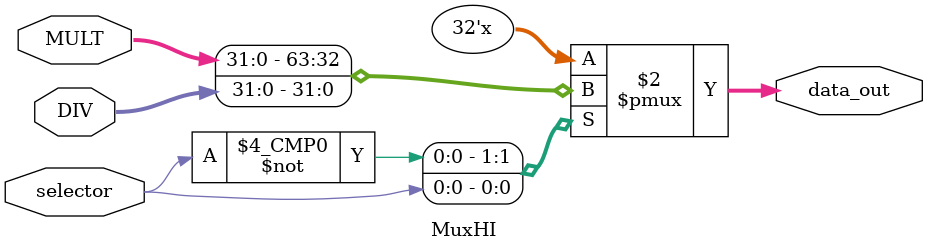
<source format=v>
module MuxHI(
    input wire selector,
    input wire [31:0] MULT,
    input wire [31:0] DIV,
    output reg [31:0] data_out
);

always @(*) begin
	case (selector)
	    1'd0: data_out = MULT;
		1'd1: data_out = DIV;
	endcase
end

endmodule
</source>
